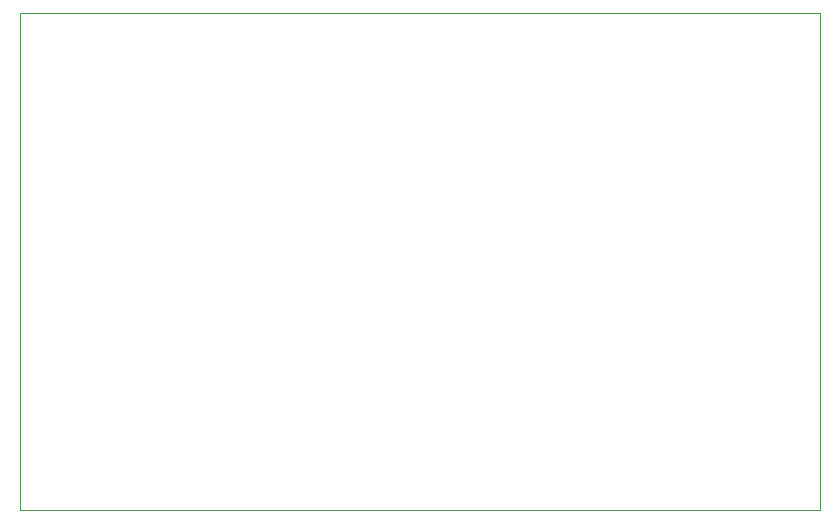
<source format=gbr>
%TF.GenerationSoftware,KiCad,Pcbnew,(5.1.9)-1*%
%TF.CreationDate,2021-07-06T15:29:22+07:00*%
%TF.ProjectId,UP_BOARD,55505f42-4f41-4524-942e-6b696361645f,rev?*%
%TF.SameCoordinates,Original*%
%TF.FileFunction,Profile,NP*%
%FSLAX46Y46*%
G04 Gerber Fmt 4.6, Leading zero omitted, Abs format (unit mm)*
G04 Created by KiCad (PCBNEW (5.1.9)-1) date 2021-07-06 15:29:22*
%MOMM*%
%LPD*%
G01*
G04 APERTURE LIST*
%TA.AperFunction,Profile*%
%ADD10C,0.050000*%
%TD*%
G04 APERTURE END LIST*
D10*
X128905000Y-121854400D02*
X128905000Y-79756000D01*
X61193400Y-79756000D02*
X128905000Y-79756000D01*
X128905000Y-121854400D02*
X61193400Y-121854400D01*
X61193400Y-100754400D02*
X61193400Y-79756000D01*
X61193400Y-121854400D02*
X61193400Y-100754400D01*
M02*

</source>
